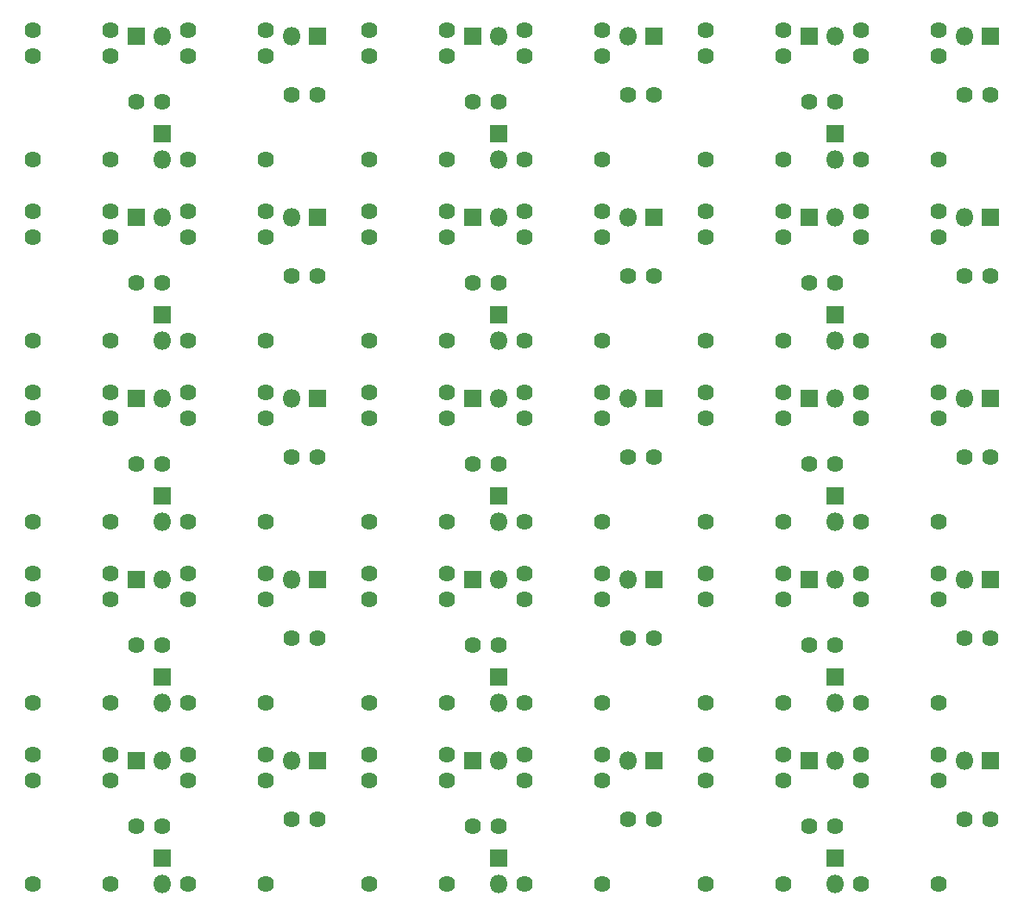
<source format=gts>
G04 #@! TF.GenerationSoftware,KiCad,Pcbnew,(5.1.6)-1*
G04 #@! TF.CreationDate,2020-06-25T08:23:36+09:00*
G04 #@! TF.ProjectId,AND___,414e4462-d851-42e6-9b69-6361645f7063,rev?*
G04 #@! TF.SameCoordinates,Original*
G04 #@! TF.FileFunction,Soldermask,Top*
G04 #@! TF.FilePolarity,Negative*
%FSLAX46Y46*%
G04 Gerber Fmt 4.6, Leading zero omitted, Abs format (unit mm)*
G04 Created by KiCad (PCBNEW (5.1.6)-1) date 2020-06-25 08:23:36*
%MOMM*%
%LPD*%
G01*
G04 APERTURE LIST*
%ADD10C,1.624000*%
%ADD11R,1.800000X1.800000*%
%ADD12O,1.800000X1.800000*%
G04 APERTURE END LIST*
D10*
X116205000Y-114300000D03*
X123825000Y-114300000D03*
X123825000Y-116840000D03*
X116205000Y-116840000D03*
X116205000Y-127000000D03*
X123825000Y-127000000D03*
X83185000Y-114300000D03*
X90805000Y-114300000D03*
X90805000Y-116840000D03*
X83185000Y-116840000D03*
X83185000Y-127000000D03*
X90805000Y-127000000D03*
X50165000Y-114300000D03*
X57785000Y-114300000D03*
X57785000Y-116840000D03*
X50165000Y-116840000D03*
X50165000Y-127000000D03*
X57785000Y-127000000D03*
X116205000Y-96520000D03*
X123825000Y-96520000D03*
X123825000Y-99060000D03*
X116205000Y-99060000D03*
X116205000Y-109220000D03*
X123825000Y-109220000D03*
X83185000Y-96520000D03*
X90805000Y-96520000D03*
X90805000Y-99060000D03*
X83185000Y-99060000D03*
X83185000Y-109220000D03*
X90805000Y-109220000D03*
X50165000Y-96520000D03*
X57785000Y-96520000D03*
X57785000Y-99060000D03*
X50165000Y-99060000D03*
X50165000Y-109220000D03*
X57785000Y-109220000D03*
X116205000Y-78740000D03*
X123825000Y-78740000D03*
X123825000Y-81280000D03*
X116205000Y-81280000D03*
X116205000Y-91440000D03*
X123825000Y-91440000D03*
X83185000Y-78740000D03*
X90805000Y-78740000D03*
X90805000Y-81280000D03*
X83185000Y-81280000D03*
X83185000Y-91440000D03*
X90805000Y-91440000D03*
X50165000Y-78740000D03*
X57785000Y-78740000D03*
X57785000Y-81280000D03*
X50165000Y-81280000D03*
X50165000Y-91440000D03*
X57785000Y-91440000D03*
X116205000Y-60960000D03*
X123825000Y-60960000D03*
X123825000Y-63500000D03*
X116205000Y-63500000D03*
X116205000Y-73660000D03*
X123825000Y-73660000D03*
X83185000Y-60960000D03*
X90805000Y-60960000D03*
X90805000Y-63500000D03*
X83185000Y-63500000D03*
X83185000Y-73660000D03*
X90805000Y-73660000D03*
X50165000Y-60960000D03*
X57785000Y-60960000D03*
X57785000Y-63500000D03*
X50165000Y-63500000D03*
X50165000Y-73660000D03*
X57785000Y-73660000D03*
X116205000Y-43180000D03*
X123825000Y-43180000D03*
X123825000Y-45720000D03*
X116205000Y-45720000D03*
X116205000Y-55880000D03*
X123825000Y-55880000D03*
X83185000Y-43180000D03*
X90805000Y-43180000D03*
X90805000Y-45720000D03*
X83185000Y-45720000D03*
X83185000Y-55880000D03*
X90805000Y-55880000D03*
X128905000Y-121285000D03*
X126365000Y-121285000D03*
X95885000Y-121285000D03*
X93345000Y-121285000D03*
X62865000Y-121285000D03*
X60325000Y-121285000D03*
X128905000Y-103505000D03*
X126365000Y-103505000D03*
X95885000Y-103505000D03*
X93345000Y-103505000D03*
X62865000Y-103505000D03*
X60325000Y-103505000D03*
X128905000Y-85725000D03*
X126365000Y-85725000D03*
X95885000Y-85725000D03*
X93345000Y-85725000D03*
X62865000Y-85725000D03*
X60325000Y-85725000D03*
X128905000Y-67945000D03*
X126365000Y-67945000D03*
X95885000Y-67945000D03*
X93345000Y-67945000D03*
X62865000Y-67945000D03*
X60325000Y-67945000D03*
X128905000Y-50165000D03*
X126365000Y-50165000D03*
X95885000Y-50165000D03*
X93345000Y-50165000D03*
D11*
X144145000Y-114900000D03*
D12*
X141605000Y-114900000D03*
D11*
X111125000Y-114900000D03*
D12*
X108585000Y-114900000D03*
D11*
X78105000Y-114900000D03*
D12*
X75565000Y-114900000D03*
D11*
X144145000Y-97120000D03*
D12*
X141605000Y-97120000D03*
D11*
X111125000Y-97120000D03*
D12*
X108585000Y-97120000D03*
D11*
X78105000Y-97120000D03*
D12*
X75565000Y-97120000D03*
D11*
X144145000Y-79340000D03*
D12*
X141605000Y-79340000D03*
D11*
X111125000Y-79340000D03*
D12*
X108585000Y-79340000D03*
D11*
X78105000Y-79340000D03*
D12*
X75565000Y-79340000D03*
D11*
X144145000Y-61560000D03*
D12*
X141605000Y-61560000D03*
D11*
X111125000Y-61560000D03*
D12*
X108585000Y-61560000D03*
D11*
X78105000Y-61560000D03*
D12*
X75565000Y-61560000D03*
D11*
X144145000Y-43780000D03*
D12*
X141605000Y-43780000D03*
D11*
X111125000Y-43780000D03*
D12*
X108585000Y-43780000D03*
X128905000Y-127000000D03*
D11*
X128905000Y-124460000D03*
D12*
X95885000Y-127000000D03*
D11*
X95885000Y-124460000D03*
D12*
X62865000Y-127000000D03*
D11*
X62865000Y-124460000D03*
D12*
X128905000Y-109220000D03*
D11*
X128905000Y-106680000D03*
D12*
X95885000Y-109220000D03*
D11*
X95885000Y-106680000D03*
D12*
X62865000Y-109220000D03*
D11*
X62865000Y-106680000D03*
D12*
X128905000Y-91440000D03*
D11*
X128905000Y-88900000D03*
D12*
X95885000Y-91440000D03*
D11*
X95885000Y-88900000D03*
D12*
X62865000Y-91440000D03*
D11*
X62865000Y-88900000D03*
D12*
X128905000Y-73660000D03*
D11*
X128905000Y-71120000D03*
D12*
X95885000Y-73660000D03*
D11*
X95885000Y-71120000D03*
D12*
X62865000Y-73660000D03*
D11*
X62865000Y-71120000D03*
D12*
X128905000Y-55880000D03*
D11*
X128905000Y-53340000D03*
D12*
X95885000Y-55880000D03*
D11*
X95885000Y-53340000D03*
D12*
X128905000Y-114900000D03*
D11*
X126365000Y-114900000D03*
D12*
X95885000Y-114900000D03*
D11*
X93345000Y-114900000D03*
D12*
X62865000Y-114900000D03*
D11*
X60325000Y-114900000D03*
D12*
X128905000Y-97120000D03*
D11*
X126365000Y-97120000D03*
D12*
X95885000Y-97120000D03*
D11*
X93345000Y-97120000D03*
D12*
X62865000Y-97120000D03*
D11*
X60325000Y-97120000D03*
D12*
X128905000Y-79340000D03*
D11*
X126365000Y-79340000D03*
D12*
X95885000Y-79340000D03*
D11*
X93345000Y-79340000D03*
D12*
X62865000Y-79340000D03*
D11*
X60325000Y-79340000D03*
D12*
X128905000Y-61560000D03*
D11*
X126365000Y-61560000D03*
D12*
X95885000Y-61560000D03*
D11*
X93345000Y-61560000D03*
D12*
X62865000Y-61560000D03*
D11*
X60325000Y-61560000D03*
D12*
X128905000Y-43780000D03*
D11*
X126365000Y-43780000D03*
D12*
X95885000Y-43780000D03*
D11*
X93345000Y-43780000D03*
D10*
X141605000Y-120650000D03*
X144145000Y-120650000D03*
X108585000Y-120650000D03*
X111125000Y-120650000D03*
X75565000Y-120650000D03*
X78105000Y-120650000D03*
X141605000Y-102870000D03*
X144145000Y-102870000D03*
X108585000Y-102870000D03*
X111125000Y-102870000D03*
X75565000Y-102870000D03*
X78105000Y-102870000D03*
X141605000Y-85090000D03*
X144145000Y-85090000D03*
X108585000Y-85090000D03*
X111125000Y-85090000D03*
X75565000Y-85090000D03*
X78105000Y-85090000D03*
X141605000Y-67310000D03*
X144145000Y-67310000D03*
X108585000Y-67310000D03*
X111125000Y-67310000D03*
X75565000Y-67310000D03*
X78105000Y-67310000D03*
X141605000Y-49530000D03*
X144145000Y-49530000D03*
X108585000Y-49530000D03*
X111125000Y-49530000D03*
X139065000Y-127000000D03*
X131445000Y-127000000D03*
X131445000Y-116840000D03*
X139065000Y-116840000D03*
X139065000Y-114300000D03*
X131445000Y-114300000D03*
X106045000Y-127000000D03*
X98425000Y-127000000D03*
X98425000Y-116840000D03*
X106045000Y-116840000D03*
X106045000Y-114300000D03*
X98425000Y-114300000D03*
X73025000Y-127000000D03*
X65405000Y-127000000D03*
X65405000Y-116840000D03*
X73025000Y-116840000D03*
X73025000Y-114300000D03*
X65405000Y-114300000D03*
X139065000Y-109220000D03*
X131445000Y-109220000D03*
X131445000Y-99060000D03*
X139065000Y-99060000D03*
X139065000Y-96520000D03*
X131445000Y-96520000D03*
X106045000Y-109220000D03*
X98425000Y-109220000D03*
X98425000Y-99060000D03*
X106045000Y-99060000D03*
X106045000Y-96520000D03*
X98425000Y-96520000D03*
X73025000Y-109220000D03*
X65405000Y-109220000D03*
X65405000Y-99060000D03*
X73025000Y-99060000D03*
X73025000Y-96520000D03*
X65405000Y-96520000D03*
X139065000Y-91440000D03*
X131445000Y-91440000D03*
X131445000Y-81280000D03*
X139065000Y-81280000D03*
X139065000Y-78740000D03*
X131445000Y-78740000D03*
X106045000Y-91440000D03*
X98425000Y-91440000D03*
X98425000Y-81280000D03*
X106045000Y-81280000D03*
X106045000Y-78740000D03*
X98425000Y-78740000D03*
X73025000Y-91440000D03*
X65405000Y-91440000D03*
X65405000Y-81280000D03*
X73025000Y-81280000D03*
X73025000Y-78740000D03*
X65405000Y-78740000D03*
X139065000Y-73660000D03*
X131445000Y-73660000D03*
X131445000Y-63500000D03*
X139065000Y-63500000D03*
X139065000Y-60960000D03*
X131445000Y-60960000D03*
X106045000Y-73660000D03*
X98425000Y-73660000D03*
X98425000Y-63500000D03*
X106045000Y-63500000D03*
X106045000Y-60960000D03*
X98425000Y-60960000D03*
X73025000Y-73660000D03*
X65405000Y-73660000D03*
X65405000Y-63500000D03*
X73025000Y-63500000D03*
X73025000Y-60960000D03*
X65405000Y-60960000D03*
X139065000Y-55880000D03*
X131445000Y-55880000D03*
X131445000Y-45720000D03*
X139065000Y-45720000D03*
X139065000Y-43180000D03*
X131445000Y-43180000D03*
X106045000Y-55880000D03*
X98425000Y-55880000D03*
X98425000Y-45720000D03*
X106045000Y-45720000D03*
X106045000Y-43180000D03*
X98425000Y-43180000D03*
X60325000Y-50165000D03*
X62865000Y-50165000D03*
X78105000Y-49530000D03*
X75565000Y-49530000D03*
D11*
X60325000Y-43780000D03*
D12*
X62865000Y-43780000D03*
D11*
X62865000Y-53340000D03*
D12*
X62865000Y-55880000D03*
X75565000Y-43780000D03*
D11*
X78105000Y-43780000D03*
D10*
X57785000Y-55880000D03*
X50165000Y-55880000D03*
X50165000Y-45720000D03*
X57785000Y-45720000D03*
X57785000Y-43180000D03*
X50165000Y-43180000D03*
X65405000Y-43180000D03*
X73025000Y-43180000D03*
X73025000Y-45720000D03*
X65405000Y-45720000D03*
X65405000Y-55880000D03*
X73025000Y-55880000D03*
M02*

</source>
